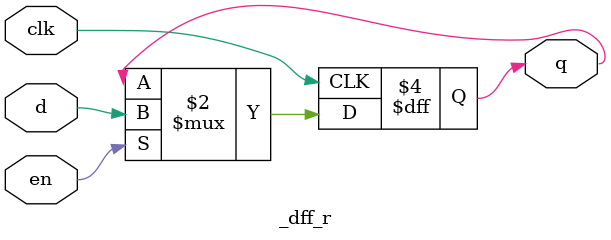
<source format=v>
module _dff_r(clk, en, d, q);
	input clk, en, d;
	output reg q;
	
	always@(posedge clk)
	if (en)
	begin
	q <= d;
	end

endmodule 
</source>
